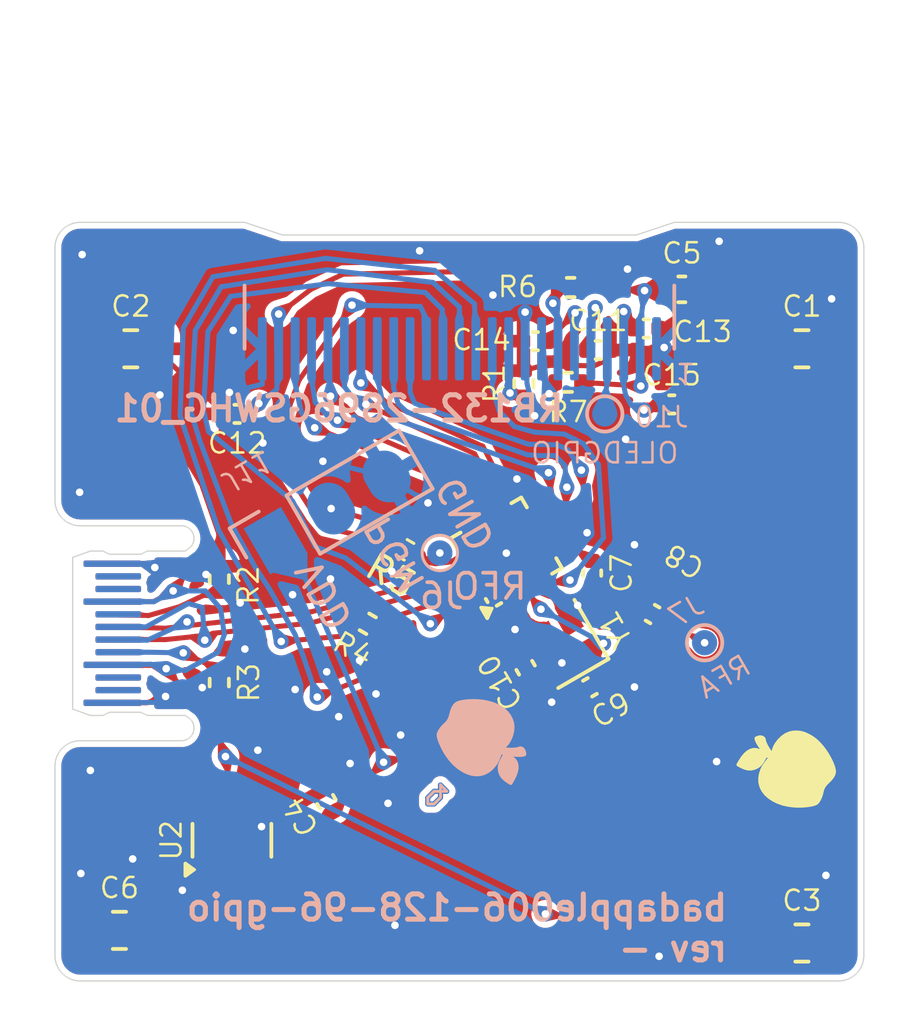
<source format=kicad_pcb>
(kicad_pcb (version 20240108) (generator "pcbnew") (generator_version "8.0")
  (layers (0 "F.Cu" signal) (31 "B.Cu" signal) (34 "B.Paste" user) (35 "F.Paste" user) (36 "B.SilkS" user "B.Silkscreen") (37 "F.SilkS" user "F.Silkscreen") (38 "B.Mask" user) (39 "F.Mask" user) (44 "Edge.Cuts" user))
  (net 0 "")
  (net 1 "GND")
  (net 2 "OLEDVCC")
  (net 3 "VDD")
  (net 4 "OVDD")
  (net 5 "OVDDB")
  (net 6 "D2")
  (net 7 "VBUS")
  (net 8 "Net-(J2-CC1)")
  (net 9 "D+")
  (net 10 "D-")
  (net 12 "Net-(J2-CC2)")
  (net 14 "DPU")
  (net 15 "WR#")
  (net 16 "Net-(J9-Pin_7)")
  (net 17 "Net-(U1-PA2{slash}T1{slash}T2{slash}U2TX_{slash}OPP0{slash}X0A0)")
  (net 18 "Net-(U1-PA1{slash}T1{slash}T2{slash}OPN0{slash}XI{slash}A1)")
  (net 19 "SWIO")
  (net 20 "RFO")
  (net 21 "Net-(J7-Pin_1)")
  (net 22 "VCOMH")
  (net 23 "D1")
  (net 24 "OCS")
  (net 25 "O_D{slash}#C")
  (net 26 "Net-(J9-Pin_10)")
  (net 27 "Net-(J10-Pin_1)")
  (net 28 "D3")
  (net 29 "RD#")
  (net 30 "D7")
  (net 31 "D5")
  (net 32 "D6")
  (net 33 "Net-(J9-Pin_8)")
  (net 34 "D4")
  (net 35 "D0")
  (footprint "Package_TO_SOT_SMD:SOT-23" (layer "F.Cu") (at 95 103.9375 90)
    (property "Reference" "U2")
    (property "Value" "XC6206P332")
  )
  (footprint "Capacitor_SMD:C_0402_1005Metric" (layer "F.Cu") (at 106.618915 97.113401 120)
    (property "Reference" "C10")
    (property "Value" "2.2p")
  )
  (footprint "Capacitor_SMD:C_0805_2012Metric" (layer "F.Cu") (at 117.55 108)
    (property "Reference" "C3")
    (property "Value" "1u")
  )
  (footprint "Capacitor_SMD:C_0805_2012Metric" (layer "F.Cu") (at 91 84.5)
    (property "Reference" "C2")
    (property "Value" "1u")
  )
  (footprint "Capacitor_SMD:C_0402_1005Metric" (layer "F.Cu") (at 111.640692 94.99 150)
    (property "Reference" "C8")
    (property "Value" "100n")
  )
  (footprint "Capacitor_SMD:C_0402_1005Metric" (layer "F.Cu") (at 109.495 84.55)
    (property "Reference" "C11")
    (property "Value" "2.2u16v")
  )
  (footprint "Capacitor_SMD:C_0805_2012Metric" (layer "F.Cu") (at 117.55 84.5)
    (property "Reference" "C1")
    (property "Value" "1u")
  )
  (footprint "Capacitor_SMD:C_0603_1608Metric" (layer "F.Cu") (at 112.8 82.15)
    (property "Reference" "C5")
    (property "Value" "4.7u16v")
  )
  (footprint "Resistor_SMD:R_0402_1005Metric" (layer "F.Cu") (at 106.55 85.875 90)
    (property "Reference" "R1")
    (property "Value" "1M")
  )
  (footprint "Capacitor_SMD:C_0402_1005Metric" (layer "F.Cu") (at 112.4 86.7)
    (property "Reference" "C15")
    (property "Value" "2.2u16v")
  )
  (footprint "Capacitor_SMD:C_0402_1005Metric" (layer "F.Cu") (at 95.205 87.075 180)
    (property "Reference" "C12")
    (property "Value" "100n")
  )
  (footprint "Capacitor_SMD:C_0402_1005Metric" (layer "F.Cu") (at 111.395 83.7)
    (property "Reference" "C13")
    (property "Value" "2.2u16v")
  )
  (footprint "Resistor_SMD:R_0402_1005Metric" (layer "F.Cu") (at 101.875 92.45 150)
    (property "Reference" "R5")
    (property "Value" "0")
  )
  (footprint "Capacitor_SMD:C_0805_2012Metric" (layer "F.Cu") (at 90.55 107.5)
    (property "Reference" "C6")
    (property "Value" "1u")
  )
  (footprint "Resistor_SMD:R_0402_1005Metric" (layer "F.Cu") (at 108.4 82.075 180)
    (property "Reference" "R6")
    (property "Value" "5.1k")
  )
  (footprint "cnhardware:USB_C_PADDLE" (layer "F.Cu") (at 91.15 95.75 90)
    (property "Reference" "J2" (hide yes))
    (property "Value" "USB_C_Receptacle_USB2.0")
    (fp_line (start 3 -2.45) (end -3 -2.45) (stroke (width 0.05)) (layer "Edge.Cuts"))
    (fp_line (start 3 -2.45) (end 3.25 -1.749999) (stroke (width 0.05)) (layer "Edge.Cuts"))
    (fp_line (start -3 -2.45) (end -3.250001 -1.75) (stroke (width 0.05)) (layer "Edge.Cuts"))
    (fp_line (start -3.250001 -1.75) (end -3.250001 -1.25) (stroke (width 0.05)) (layer "Edge.Cuts"))
    (fp_line (start 3.25 -1.749999) (end 3.250001 -1.25) (stroke (width 0.05)) (layer "Edge.Cuts"))
    (fp_line (start 3.250001 -1.25) (end 3.124999 -1) (stroke (width 0.05)) (layer "Edge.Cuts"))
    (fp_line (start -3.250001 -1.25) (end -3.125 -0.999999) (stroke (width 0.05)) (layer "Edge.Cuts"))
    (fp_line (start 3.124999 -1) (end 3.124999 0.25) (stroke (width 0.05)) (layer "Edge.Cuts"))
    (fp_line (start -3.125 -0.999999) (end -3.124999 0.25) (stroke (width 0.05)) (layer "Edge.Cuts"))
    (fp_line (start 3.250001 0.5) (end 3.124999 0.25) (stroke (width 0.05)) (layer "Edge.Cuts"))
    (fp_line (start -3.250001 0.5) (end -3.124999 0.25) (stroke (width 0.05)) (layer "Edge.Cuts"))
    (fp_line (start -3.250001 0.5) (end -3.25 2) (stroke (width 0.05)) (layer "Edge.Cuts"))
    (fp_line (start 3.25 2) (end 3.250001 0.5) (stroke (width 0.05)) (layer "Edge.Cuts"))
  )
  (footprint "Resistor_SMD:R_0402_1005Metric" (layer "F.Cu") (at 108.3 85.825 180)
    (property "Reference" "R7")
    (property "Value" "5.1k")
  )
  (footprint "Capacitor_SMD:C_0402_1005Metric" (layer "F.Cu") (at 107 84.2 180)
    (property "Reference" "C14")
    (property "Value" "2.2u16v")
  )
  (footprint "Resistor_SMD:R_0402_1005Metric" (layer "F.Cu") (at 94.5 93.61 90)
    (property "Reference" "R2")
    (property "Value" "5.1k")
  )
  (footprint "Package_DFN_QFN:QFN-20-1EP_3x3mm_P0.4mm_EP1.65x1.65mm" (layer "F.Cu") (at 105.855737 92.58218 120)
    (property "Reference" "U1" (hide yes))
    (property "Value" "CH32V006F8U6" (hide yes))
  )
  (footprint "Capacitor_SMD:C_0402_1005Metric" (layer "F.Cu") (at 109.25 93.37 -90)
    (property "Reference" "C7")
    (property "Value" "100n")
  )
  (footprint "Capacitor_SMD:C_0402_1005Metric" (layer "F.Cu") (at 109.163223 97.887709 30)
    (property "Reference" "C9")
    (property "Value" "2.2p")
  )
  (footprint "Capacitor_SMD:C_0402_1005Metric" (layer "F.Cu") (at 98.74 102.415692 120)
    (property "Reference" "C4")
    (property "Value" "4.7u16v")
  )
  (footprint "Resistor_SMD:R_0402_1005Metric" (layer "F.Cu") (at 94.5 97.7 -90)
    (property "Reference" "R3")
    (property "Value" "5.1k")
  )
  (footprint "Crystal:Crystal_SMD_2016-4Pin_2.0x1.6mm" (layer "F.Cu") (at 108.228915 96.172709 120)
    (property "Reference" "Y1")
    (property "Value" "24MHz")
  )
  (footprint "Resistor_SMD:R_0402_1005Metric" (layer "F.Cu") (at 100.375 95.375 150)
    (property "Reference" "R4")
    (property "Value" "1.5k")
  )
  (footprint "artwork:apple" (layer "F.Cu") (at 117 101 60)
    (property "Reference" "J8" (hide yes))
    (property "Value" "APPLE" (hide yes))
  )
  (footprint "RB132-2896GSWHG_01:RB132-2896GSWHG_01" (layer "B.Cu") (at 104 84.5 180)
    (property "Reference" "J9" (hide yes))
    (property "Value" "RB132-2896GSWHG_01")
  )
  (footprint "Connector_PinHeader_2.54mm:PinHeader_1x03_P2.54mm_Vertical" (layer "B.Cu") (at 96.725591 92.09 -60)
    (property "Reference" "J11")
    (property "Value" "PGM")
  )
  (footprint "TestPoint:TestPoint_Pad_D1.0mm" (layer "B.Cu") (at 113.7 96.125 -150)
    (property "Reference" "J7")
    (property "Value" "RFA")
  )
  (footprint "TestPoint:TestPoint_Pad_D1.0mm" (layer "B.Cu") (at 103.225 92.575 180)
    (property "Reference" "J6")
    (property "Value" "RFO")
  )
  (footprint "artwork:apple" (layer "B.Cu") (at 105 100 60)
    (property "Reference" "J8" (hide yes))
    (property "Value" "APPLE" (hide yes))
  )
  (footprint "TestPoint:TestPoint_Pad_D1.0mm" (layer "B.Cu") (at 109.75 87.075 180)
    (property "Reference" "J10")
    (property "Value" "OLEDGPIO")
  )
  (gr_line (start 103 102) (end 102.75 102.25) (stroke (width 0.1)) (layer "B.SilkS"))
  (gr_line (start 103.25 102.25) (end 103.25 101.75) (stroke (width 0.1)) (layer "B.SilkS"))
  (gr_line (start 103.25 101.75) (end 103.5 102) (stroke (width 0.1)) (layer "B.SilkS"))
  (gr_line (start 103 102.5) (end 103.25 102.25) (stroke (width 0.1)) (layer "B.SilkS"))
  (gr_line (start 102.75 102.5) (end 103 102.5) (stroke (width 0.1)) (layer "B.SilkS"))
  (gr_line (start 103.5 102) (end 103 102) (stroke (width 0.1)) (layer "B.SilkS"))
  (gr_line (start 102.75 102.25) (end 102.75 102.5) (stroke (width 0.1)) (layer "B.SilkS"))
  (gr_line (start 103.5 102) (end 103 102) (stroke (width 0.1)) (layer "F.SilkS"))
  (gr_line (start 103.25 101.75) (end 103.5 102) (stroke (width 0.1)) (layer "F.SilkS"))
  (gr_line (start 103 102.5) (end 103.25 102.25) (stroke (width 0.1)) (layer "F.SilkS"))
  (gr_line (start 102.75 102.5) (end 103 102.5) (stroke (width 0.1)) (layer "F.SilkS"))
  (gr_line (start 103.25 102.25) (end 103.25 101.75) (stroke (width 0.1)) (layer "F.SilkS"))
  (gr_line (start 103 102) (end 102.75 102.25) (stroke (width 0.1)) (layer "F.SilkS"))
  (gr_line (start 102.75 102.25) (end 102.75 102.5) (stroke (width 0.1)) (layer "F.SilkS"))
  (gr_line (start 93.15 92.5) (end 93.353553 92.353553) (stroke (width 0.05)) (layer "Edge.Cuts"))
  (gr_line (start 89 100) (end 93 100) (stroke (width 0.05)) (layer "Edge.Cuts"))
  (gr_line (start 88 90.5) (end 88 80.5) (stroke (width 0.05)) (layer "Edge.Cuts"))
  (gr_arc (start 93.353553 99.146447) (mid 93.461939 99.691342) (end 93 100) (stroke (width 0.05)) (layer "Edge.Cuts"))
  (gr_line (start 97 80) (end 111 80) (stroke (width 0.05)) (layer "Edge.Cuts"))
  (gr_line (start 88 108.5) (end 88 101) (stroke (width 0.05)) (layer "Edge.Cuts"))
  (gr_arc (start 89 91.5) (mid 88.292893 91.207107) (end 88 90.5) (stroke (width 0.05)) (layer "Edge.Cuts"))
  (gr_line (start 89 109.5) (end 119 109.5) (stroke (width 0.05)) (layer "Edge.Cuts"))
  (gr_arc (start 88 80.5) (mid 88.292893 79.792893) (end 89 79.5) (stroke (width 0.05)) (layer "Edge.Cuts"))
  (gr_line (start 97 80) (end 95.5 79.5) (stroke (width 0.05)) (layer "Edge.Cuts"))
  (gr_line (start 112.5 79.5) (end 111 80) (stroke (width 0.05)) (layer "Edge.Cuts"))
  (gr_arc (start 93 91.5) (mid 93.46194 91.808658) (end 93.353553 92.353553) (stroke (width 0.05)) (layer "Edge.Cuts"))
  (gr_arc (start 89 109.5) (mid 88.292893 109.207107) (end 88 108.5) (stroke (width 0.05)) (layer "Edge.Cuts"))
  (gr_arc (start 88 101) (mid 88.292893 100.292893) (end 89 100) (stroke (width 0.05)) (layer "Edge.Cuts"))
  (gr_arc (start 120 108.5) (mid 119.707107 109.207107) (end 119 109.5) (stroke (width 0.05)) (layer "Edge.Cuts"))
  (gr_line (start 93 91.5) (end 89 91.5) (stroke (width 0.05)) (layer "Edge.Cuts"))
  (gr_line (start 95.5 79.5) (end 89 79.5) (stroke (width 0.05)) (layer "Edge.Cuts"))
  (gr_arc (start 119 79.5) (mid 119.707107 79.792893) (end 120 80.5) (stroke (width 0.05)) (layer "Edge.Cuts"))
  (gr_line (start 93.353553 99.146447) (end 93.15 99) (stroke (width 0.05)) (layer "Edge.Cuts"))
  (gr_line (start 120 108.5) (end 120 80.5) (stroke (width 0.05)) (layer "Edge.Cuts"))
  (gr_line (start 112.5 79.5) (end 119 79.5) (stroke (width 0.05)) (layer "Edge.Cuts"))
  (gr_text "RB132-2896GSWHG_01" (at 108.225 87.45 0) (layer "B.SilkS") (effects (font (size 1 1) (thickness 0.2) (bold yes)) (justify left bottom mirror)))
  (gr_text "VDD\n\nPGM\n\nGND" (at 104.75 90.725 120) (layer "B.SilkS") (effects (font (size 1 1)) (justify bottom mirror)))
  (gr_text "badapple006-128-96-gpio\nrev -" (at 114.7 108.8 0) (layer "B.SilkS") (effects (font (size 1 1) (thickness 0.2) (bold yes)) (justify left bottom mirror)))
  (segment (start 103.249999 102.250001) (end 103.25 101.75) (width 0.2) (layer "F.Cu") (net 0))
  (segment (start 102.999999 102.499999) (end 103.249999 102.250001) (width 0.2) (layer "F.Cu") (net 0))
  (segment (start 102.750002 102.5) (end 102.750001 102.249999) (width 0.2) (layer "F.Cu") (net 0))
  (segment (start 102.750002 102.5) (end 102.999999 102.499999) (width 0.2) (layer "F.Cu") (net 0))
  (segment (start 103.25 101.75) (end 103.5 102) (width 0.2) (layer "F.Cu") (net 0))
  (segment (start 103.5 102) (end 103.000001 102.000001) (width 0.2) (layer "F.Cu") (net 0))
  (segment (start 103.000001 102.000001) (end 102.750001 102.249999) (width 0.2) (layer "F.Cu") (net 0))
  (segment (start 103 102) (end 103.5 102) (width 0.2) (layer "B.Cu") (net 0))
  (segment (start 102.75 102.5) (end 103 102.5) (width 0.2) (layer "B.Cu") (net 0))
  (segment (start 102.75 102.5) (end 102.75 102.25) (width 0.2) (layer "B.Cu") (net 0))
  (segment (start 103.5 102) (end 103.25 101.75) (width 0.2) (layer "B.Cu") (net 0))
  (segment (start 102.75 102.25) (end 103 102) (width 0.2) (layer "B.Cu") (net 0))
  (segment (start 103.25 102.25) (end 103 102.5) (width 0.2) (layer "B.Cu") (net 0))
  (segment (start 103.25 101.75) (end 103.25 102.25) (width 0.2) (layer "B.Cu") (net 0))
  (segment (start 108.102601 97.053927) (end 108.053915 96.922709) (width 0.2) (layer "F.Cu") (net 1))
  (segment (start 94.05 104.875) (end 93.039855 105.914855) (width 0.2) (layer "F.Cu") (net 1))
  (segment (start 93.825 97.9) (end 94.5 98.21) (width 0.2) (layer "F.Cu") (net 1))
  (segment (start 118.5 108) (end 118.5 105.325) (width 0.2) (layer "F.Cu") (net 1))
  (segment (start 106.927147 93.637917) (end 106.475 92.85) (width 0.2) (layer "F.Cu") (net 1))
  (segment (start 108.102601 97.053927) (end 108.747531 98.127709) (width 0.2) (layer "F.Cu") (net 1))
  (segment (start 111.875 83.7) (end 112.1 84.45) (width 0.2) (layer "F.Cu") (net 1))
  (segment (start 90.275 98.5) (end 91.625 98.5) (width 0.2) (layer "F.Cu") (net 1))
  (segment (start 107.525 94.275) (end 108.678915 94.647709) (width 0.2) (layer "F.Cu") (net 1))
  (segment (start 91.95 84.5) (end 94.725 87.075) (width 0.2) (layer "F.Cu") (net 1))
  (segment (start 109.325 85.175) (end 108.05 85.15) (width 0.2) (layer "F.Cu") (net 1))
  (segment (start 118.5 105.325) (end 118.5 84.5) (width 0.2) (layer "F.Cu") (net 1))
  (segment (start 96.171875 103.396875) (end 98.5 102) (width 0.2) (layer "F.Cu") (net 1))
  (segment (start 106.927147 93.637917) (end 107.225 94.15) (width 0.2) (layer "F.Cu") (net 1))
  (segment (start 109.975 84.55) (end 112.1 84.45) (width 0.2) (layer "F.Cu") (net 1))
  (segment (start 94.775 90.75) (end 94.5 93.1) (width 0.2) (layer "F.Cu") (net 1))
  (segment (start 107.325 85.15) (end 106.55 85.365) (width 0.2) (layer "F.Cu") (net 1))
  (segment (start 109.725 85) (end 109.325 85.175) (width 0.2) (layer "F.Cu") (net 1))
  (segment (start 94.05 104.875) (end 95.25 104.175) (width 0.2) (layer "F.Cu") (net 1))
  (segment (start 112.88 86.7) (end 112.1 84.45) (width 0.2) (layer "F.Cu") (net 1))
  (segment (start 106.275 89.65) (end 106.975 87.15) (width 0.2) (layer "F.Cu") (net 1))
  (segment (start 107.225 94.15) (end 107.525 94.275) (width 0.2) (layer "F.Cu") (net 1))
  (segment (start 108.05 85.15) (end 107.325 85.15) (width 0.2) (layer "F.Cu") (net 1))
  (segment (start 91.6 93) (end 91.95 93.15) (width 0.2) (layer "F.Cu") (net 1))
  (segment (start 113.575 82.15) (end 113.1 82.9) (width 0.2) (layer "F.Cu") (net 1))
  (segment (start 109.25 93.85) (end 108.355229 95.291491) (width 0.2) (layer "F.Cu") (net 1))
  (segment (start 94.725 87.075) (end 94.9 86.225) (width 0.2) (layer "F.Cu") (net 1))
  (segment (start 94.5 98.21) (end 98.5 102) (width 0.2) (layer "F.Cu") (net 1))
  (segment (start 91.625 98.5) (end 92.375 98.25) (width 0.2) (layer "F.Cu") (net 1))
  (segment (start 108.678915 94.647709) (end 108.355229 95.291491) (width 0.2) (layer "F.Cu") (net 1))
  (segment (start 93.039855 105.914855) (end 91.5 107.5) (width 0.2) (layer "F.Cu") (net 1))
  (segment (start 111.225 94.75) (end 109.25 93.85) (width 0.2) (layer "F.Cu") (net 1))
  (segment (start 106.55 85.365) (end 106.6 83.05) (width 0.2) (layer "F.Cu") (net 1))
  (segment (start 93.975 93.425) (end 94.5 93.1) (width 0.2) (layer "F.Cu") (net 1))
  (segment (start 113.1 82.9) (end 111.875 83.7) (width 0.2) (layer "F.Cu") (net 1))
  (segment (start 117.175 82.275) (end 118.1 82.875) (width 0.2) (layer "F.Cu") (net 1))
  (segment (start 90.275 93) (end 91.6 93) (width 0.2) (layer "F.Cu") (net 1))
  (segment (start 113.575 82.15) (end 117.175 82.275) (width 0.2) (layer "F.Cu") (net 1))
  (segment (start 94.725 87.075) (end 94.775 90.75) (width 0.2) (layer "F.Cu") (net 1))
  (segment (start 95.75 103.65) (end 96.171875 103.396875) (width 0.2) (layer "F.Cu") (net 1))
  (segment (start 95.25 104.175) (end 95.75 103.65) (width 0.2) (layer "F.Cu") (net 1))
  (segment (start 106.858915 97.529093) (end 108.102601 97.053927) (width 0.2) (layer "F.Cu") (net 1))
  (segment (start 118.1 82.875) (end 118.5 84.5) (width 0.2) (layer "F.Cu") (net 1))
  (segment (start 109.975 84.55) (end 109.725 85) (width 0.2) (layer "F.Cu") (net 1))
  (via (at 111.9 108.525) (size 0.6) (drill 0.3) (layers "F.Cu" "B.Cu") (net 1))
  (via (at 89.075 80.775) (size 0.6) (drill 0.3) (layers "F.Cu" "B.Cu") (net 1))
  (via (at 91.075 104.675) (size 0.6) (drill 0.3) (layers "F.Cu" "B.Cu") (net 1))
  (via (at 114.175 100.825) (size 0.6) (drill 0.3) (layers "F.Cu" "B.Cu") (net 1))
  (via (at 118.5 105.325) (size 0.6) (drill 0.3) (layers "F.Cu" "B.Cu") (net 1))
  (via (at 108.053915 96.922709) (size 0.6) (drill 0.3) (layers "F.Cu" "B.Cu") (net 1))
  (via (at 106.2 95.6) (size 0.6) (drill 0.3) (layers "F.Cu" "B.Cu") (net 1))
  (via (at 109.05 91.775) (size 0.6) (drill 0.3) (layers "F.Cu" "B.Cu") (net 1))
  (via (at 95.05 83.775) (size 0.6) (drill 0.3) (layers "F.Cu" "B.Cu") (net 1))
  (via (at 95.512821 96.375) (size 0.6) (drill 0.3) (layers "F.Cu" "B.Cu") (net 1))
  (via (at 96.225 88.225) (size 0.6) (drill 0.3) (layers "F.Cu" "B.Cu") (net 1))
  (via (at 91.95 93.15) (size 0.6) (drill 0.3) (layers "F.Cu" "B.Cu") (net 1))
  (via (at 112.1 84.45) (size 0.6) (drill 0.3) (layers "F.Cu" "B.Cu") (net 1))
  (via (at 108.678915 94.647709) (size 0.6) (drill 0.3) (layers "F.Cu" "B.Cu") (net 1))
  (via (at 102.425 80.625) (size 0.6) (drill 0.3) (layers "F.Cu" "B.Cu") (net 1))
  (via (at 110.925 92.25) (size 0.6) (drill 0.3) (layers "F.Cu" "B.Cu") (net 1))
  (via (at 93.975 93.425) (size 0.6) (drill 0.3) (layers "F.Cu" "B.Cu") (net 1))
  (via (at 95.325 94.55) (size 0.6) (drill 0.3) (layers "F.Cu" "B.Cu") (net 1))
  (via (at 106.275 89.65) (size 0.6) (drill 0.3) (layers "F.Cu" "B.Cu") (net 1))
  (via (at 107.65 98.475) (size 0.6) (drill 0.3) (layers "F.Cu" "B.Cu") (net 1))
  (via (at 100.7 98.15) (size 0.6) (drill 0.3) (layers "F.Cu" "B.Cu") (net 1))
  (via (at 96.171875 103.396875) (size 0.6) (drill 0.3) (layers "F.Cu" "B.Cu") (net 1))
  (via (at 110.575 88.075) (size 0.6) (drill 0.3) (layers "F.Cu" "B.Cu") (net 1))
  (via (at 105.325 82.375) (size 0.6) (drill 0.3) (layers "F.Cu" "B.Cu") (net 1))
  (via (at 96.025 100.375) (size 0.6) (drill 0.3) (layers "F.Cu" "B.Cu") (net 1))
  (via (at 100.05 96.825) (size 0.6) (drill 0.3) (layers "F.Cu" "B.Cu") (net 1))
  (via (at 92.375 98.25) (size 0.6) (drill 0.3) (layers "F.Cu" "B.Cu") (net 1))
  (via (at 105.855737 92.58218) (size 0.6) (drill 0.3) (layers "F.Cu" "B.Cu") (net 1))
  (via (at 97.5 97.975) (size 0.6) (drill 0.3) (layers "F.Cu" "B.Cu") (net 1))
  (via (at 106.975 87.15) (size 0.6) (drill 0.3) (layers "F.Cu" "B.Cu") (net 1))
  (via (at 98.75 97.275) (size 0.6) (drill 0.3) (layers "F.Cu" "B.Cu") (net 1))
  (via (at 93.825 97.9) (size 0.6) (drill 0.3) (layers "F.Cu" "B.Cu") (net 1))
  (via (at 101.675 99.775) (size 0.6) (drill 0.3) (layers "F.Cu" "B.Cu") (net 1))
  (via (at 99.225 99.05) (size 0.6) (drill 0.3) (layers "F.Cu" "B.Cu") (net 1))
  (via (at 101.45 107.3) (size 0.6) (drill 0.3) (layers "F.Cu" "B.Cu") (net 1))
  (via (at 99.675 100.9) (size 0.6) (drill 0.3) (layers "F.Cu" "B.Cu") (net 1))
  (via (at 97.4 94.225) (size 0.6) (drill 0.3) (layers "F.Cu" "B.Cu") (net 1))
  (via (at 101.175 102.475) (size 0.6) (drill 0.3) (layers "F.Cu" "B.Cu") (net 1))
  (via (at 89.4 101.175) (size 0.6) (drill 0.3) (layers "F.Cu" "B.Cu") (net 1))
  (via (at 92.15 86.325) (size 0.6) (drill 0.3) (layers "F.Cu" "B.Cu") (net 1))
  (via (at 110.65 81.35) (size 0.6) (drill 0.3) (layers "F.Cu" "B.Cu") (net 1))
  (via (at 110.925 97.875) (size 0.6) (drill 0.3) (layers "F.Cu" "B.Cu") (net 1))
  (via (at 88.975 90.175) (size 0.6) (drill 0.3) (layers "F.Cu" "B.Cu") (net 1))
  (via (at 106.6 83.05) (size 0.6) (drill 0.3) (layers "F.Cu" "B.Cu") (net 1))
  (via (at 93.039855 105.914855) (size 0.6) (drill 0.3) (layers "F.Cu" "B.Cu") (net 1))
  (via (at 114.275 80.25) (size 0.6) (drill 0.3) (layers "F.Cu" "B.Cu") (net 1))
  (via (at 94.9 86.225) (size 0.6) (drill 0.3) (layers "F.Cu" "B.Cu") (net 1))
  (via (at 98.6 88.94881) (size 0.6) (drill 0.3) (layers "F.Cu" "B.Cu") (net 1))
  (via (at 89.025 105.25) (size 0.6) (drill 0.3) (layers "F.Cu" "B.Cu") (net 1))
  (via (at 102.75515 90.59485) (size 0.6) (drill 0.3) (layers "F.Cu" "B.Cu") (net 1))
  (via (at 98.9 93.6) (size 0.6) (drill 0.3) (layers "F.Cu" "B.Cu") (net 1))
  (via (at 101.325 93.3) (size 0.6) (drill 0.3) (layers "F.Cu" "B.Cu") (net 1))
  (via (at 118.725 82.525) (size 0.6) (drill 0.3) (layers "F.Cu" "B.Cu") (net 1))
  (segment (start 91.95 93.15) (end 93.975 93.425) (width 0.2) (layer "B.Cu") (net 1))
  (segment (start 92.95 98.475) (end 90.28 98.5) (width 0.2) (layer "B.Cu") (net 1))
  (segment (start 92.375 98.25) (end 92.95 98.475) (width 0.2) (layer "B.Cu") (net 1))
  (segment (start 93.825 97.9) (end 92.95 98.475) (width 0.2) (layer "B.Cu") (net 1))
  (segment (start 106.275 89.675) (end 106.275 89.65) (width 0.2) (layer "B.Cu") (net 1))
  (segment (start 106.6 84.5) (end 106.675 85.875) (width 0.2) (layer "B.Cu") (net 1))
  (segment (start 93.975 93.425) (end 95.325 94.55) (width 0.2) (layer "B.Cu") (net 1))
  (segment (start 109 96.85) (end 108.053915 96.922709) (width 0.2) (layer "B.Cu") (net 1))
  (segment (start 110.375 96.775) (end 109 96.85) (width 0.2) (layer "B.Cu") (net 1))
  (segment (start 91.95 93.15) (end 91.6 93) (width 0.2) (layer "B.Cu") (net 1))
  (segment (start 95.512821 96.375) (end 95.325 94.55) (width 0.2) (layer "B.Cu") (net 1))
  (segment (start 96.2 85.9) (end 96.2 84.5) (width 0.2) (layer "B.Cu") (net 1))
  (segment (start 110.325 95.7) (end 110.375 96.775) (width 0.2) (layer "B.Cu") (net 1))
  (segment (start 105.855737 92.58218) (end 102.75515 90.59485) (width 0.2) (layer "B.Cu") (net 1))
  (segment (start 95.25 97.4) (end 93.825 97.9) (width 0.2) (layer "B.Cu") (net 1))
  (segment (start 96.175 87.825) (end 95.225 86.975) (width 0.2) (layer "B.Cu") (net 1))
  (segment (start 95.512821 96.375) (end 95.25 97.4) (width 0.2) (layer "B.Cu") (net 1))
  (segment (start 106.6 83.05) (end 106.6 84.5) (width 0.2) (layer "B.Cu") (net 1))
  (segment (start 102.75515 90.59485) (end 101.125 89.55) (width 0.2) (layer "B.Cu") (net 1))
  (segment (start 97.975 88.8) (end 98.6 88.94881) (width 0.2) (layer "B.Cu") (net 1))
  (segment (start 98.6 88.94881) (end 101.125 89.55) (width 0.2) (layer "B.Cu") (net 1))
  (segment (start 108.678915 94.647709) (end 110.325 95.7) (width 0.2) (layer "B.Cu") (net 1))
  (segment (start 95.225 86.975) (end 94.9 86.225) (width 0.2) (layer "B.Cu") (net 1))
  (segment (start 106.275 89.675) (end 105.855737 92.58218) (width 0.2) (layer "B.Cu") (net 1))
  (segment (start 96.225 88.225) (end 96.175 87.825) (width 0.2) (layer "B.Cu") (net 1))
  (segment (start 108.678915 94.647709) (end 105.855737 92.58218) (width 0.2) (layer "B.Cu") (net 1))
  (segment (start 96.225 88.225) (end 97.975 88.8) (width 0.2) (layer "B.Cu") (net 1))
  (segment (start 91.6 93) (end 90.28 93) (width 0.2) (layer "B.Cu") (net 1))
  (segment (start 106.675 85.875) (end 106.975 87.15) (width 0.2) (layer "B.Cu") (net 1))
  (segment (start 94.9 86.225) (end 96.2 85.9) (width 0.2) (layer "B.Cu") (net 1))
  (segment (start 108.7 81.375) (end 108.91 82.075) (width 0.2) (layer "F.Cu") (net 2))
  (segment (start 111.325 82.2) (end 112.025 82.15) (width 0.2) (layer "F.Cu") (net 2))
  (segment (start 99.4 81.55) (end 107.525 81.375) (width 0.2) (layer "F.Cu") (net 2))
  (segment (start 98.125 82.15) (end 99.4 81.55) (width 0.2) (layer "F.Cu") (net 2))
  (segment (start 107.525 81.375) (end 108.7 81.375) (width 0.2) (layer "F.Cu") (net 2))
  (segment (start 95.685 87.075) (end 96.065674 86.665674) (width 0.2) (layer "F.Cu") (net 2))
  (segment (start 108.81 85.825) (end 111.175 85.975) (width 0.2) (layer "F.Cu") (net 2))
  (segment (start 108.91 82.075) (end 111.325 82.2) (width 0.2) (layer "F.Cu") (net 2))
  (segment (start 96.85 83.125) (end 98.125 82.15) (width 0.2) (layer "F.Cu") (net 2))
  (via (at 96.065674 86.665674) (size 0.6) (drill 0.3) (layers "F.Cu" "B.Cu") (net 2))
  (via (at 111.325 82.2) (size 0.6) (drill 0.3) (layers "F.Cu" "B.Cu") (net 2))
  (via (at 96.85 83.125) (size 0.6) (drill 0.3) (layers "F.Cu" "B.Cu") (net 2))
  (via (at 111.175 85.975) (size 0.6) (drill 0.3) (layers "F.Cu" "B.Cu") (net 2))
  (segment (start 111.15 84.5) (end 111.175 83.375) (width 0.2) (layer "B.Cu") (net 2))
  (segment (start 111.175 83.375) (end 111.325 82.2) (width 0.2) (layer "B.Cu") (net 2))
  (segment (start 96.75 83) (end 96.85 84.5) (width 0.2) (layer "B.Cu") (net 2))
  (segment (start 96.85 83.125) (end 96.75 83) (width 0.2) (layer "B.Cu") (net 2))
  (segment (start 96.065674 86.665674) (end 96.775 86.1) (width 0.2) (layer "B.Cu") (net 2))
  (segment (start 111.15 84.5) (end 111.175 85.975) (width 0.2) (layer "B.Cu") (net 2))
  (segment (start 96.775 86.1) (end 96.85 84.5) (width 0.2) (layer "B.Cu") (net 2))
  (segment (start 108.45 92.325) (end 109.25 92.89) (width 0.2) (layer "F.Cu") (net 3))
  (segment (start 108.175 92.275) (end 108.45 92.325) (width 0.2) (layer "F.Cu") (net 3))
  (segment (start 114.05 97.975) (end 101 100.85) (width 0.2) (layer "F.Cu") (net 3))
  (segment (start 101 100.85) (end 98.98 102.831384) (width 0.2) (layer "F.Cu") (net 3))
  (segment (start 107.925 92.325) (end 108.175 92.275) (width 0.2) (layer "F.Cu") (net 3))
  (segment (start 107.511474 92.55) (end 107.925 92.325) (width 0.2) (layer "F.Cu") (net 3))
  (segment (start 109.25 92.89) (end 114.6 94.675) (width 0.2) (layer "F.Cu") (net 3))
  (segment (start 114.95 97.35) (end 114.05 97.975) (width 0.2) (layer "F.Cu") (net 3))
  (segment (start 115.225 95.2) (end 115.45 95.925) (width 0.2) (layer "F.Cu") (net 3))
  (segment (start 114.6 94.675) (end 115.225 95.2) (width 0.2) (layer "F.Cu") (net 3))
  (segment (start 115.325 96.825) (end 114.95 97.35) (width 0.2) (layer "F.Cu") (net 3))
  (segment (start 115.45 95.925) (end 115.325 96.825) (width 0.2) (layer "F.Cu") (net 3))
  (segment (start 95.95 104.875) (end 98.98 102.831384) (width 0.2) (layer "F.Cu") (net 3))
  (via (at 101 100.85) (size 0.6) (drill 0.3) (layers "F.Cu" "B.Cu") (net 3))
  (segment (start 96.725591 92.09) (end 97.775 93.3) (width 0.2) (layer "B.Cu") (net 3))
  (segment (start 97.775 93.3) (end 101 100.85) (width 0.2) (layer "B.Cu") (net 3))
  (segment (start 109.375 82.875) (end 109.015 84.55) (width 0.2) (layer "F.Cu") (net 4))
  (via (at 109.375 82.875) (size 0.6) (drill 0.3) (layers "F.Cu" "B.Cu") (net 4))
  (segment (start 109.2 84.5) (end 109.2 83.375) (width 0.2) (layer "B.Cu") (net 4))
  (segment (start 109.2 83.375) (end 109.375 82.875) (width 0.2) (layer "B.Cu") (net 4))
  (segment (start 107.48 84.2) (end 108.575 83.075) (width 0.2) (layer "F.Cu") (net 5))
  (via (at 108.575 83.075) (size 0.6) (drill 0.3) (layers "F.Cu" "B.Cu") (net 5))
  (segment (start 108.575 83.075) (end 108.55 84.5) (width 0.2) (layer "B.Cu") (net 5))
  (segment (start 107.525 89.4) (end 107.675 90.375) (width 0.2) (layer "F.Cu") (net 6))
  (segment (start 107.625 90.975) (end 107.4 91.225) (width 0.2) (layer "F.Cu") (net 6))
  (segment (start 107.4 91.225) (end 106.911474 91.51077) (width 0.2) (layer "F.Cu") (net 6))
  (segment (start 107.675 90.375) (end 107.625 90.975) (width 0.2) (layer "F.Cu") (net 6))
  (via (at 107.525 89.4) (size 0.6) (drill 0.3) (layers "F.Cu" "B.Cu") (net 6))
  (segment (start 101.125 86.875) (end 101.625 87.35) (width 0.2) (layer "B.Cu") (net 6))
  (segment (start 100.75 84.5) (end 100.8 85.875) (width 0.2) (layer "B.Cu") (net 6))
  (segment (start 101.625 87.35) (end 107.525 89.4) (width 0.2) (layer "B.Cu") (net 6))
  (segment (start 100.8 85.875) (end 100.95 86.55) (width 0.2) (layer "B.Cu") (net 6))
  (segment (start 100.95 86.55) (end 101.125 86.875) (width 0.2) (layer "B.Cu") (net 6))
  (segment (start 93.4 90.075) (end 90.05 84.5) (width 0.2) (layer "F.Cu") (net 7))
  (segment (start 94.025 91.875) (end 93.4 90.075) (width 0.2) (layer "F.Cu") (net 7))
  (segment (start 94.8 100.775) (end 95 103) (width 0.2) (layer "F.Cu") (net 7))
  (segment (start 93.5 98.475) (end 94.175 99.075) (width 0.2) (layer "F.Cu") (net 7))
  (segment (start 93.75 92.7) (end 94.025 91.875) (width 0.2) (layer "F.Cu") (net 7))
  (segment (start 91.9 94.5) (end 90.275 94.5) (width 0.2) (layer "F.Cu") (net 7))
  (segment (start 116.6 108) (end 107.4 106.85) (width 0.2) (layer "F.Cu") (net 7))
  (segment (start 89.6 107.5) (end 94.1 103.05) (width 0.2) (layer "F.Cu") (net 7))
  (segment (start 92.4 97.15) (end 93.5 98.475) (width 0.2) (layer "F.Cu") (net 7))
  (segment (start 94.175 99.075) (end 94.744853 100.625) (width 0.2) (layer "F.Cu") (net 7))
  (segment (start 94.1 103.05) (end 95 103) (width 0.2) (layer "F.Cu") (net 7))
  (segment (start 116.6 108) (end 116.6 84.5) (width 0.2) (layer "F.Cu") (net 7))
  (segment (start 90.275 97) (end 92.1 97.025) (width 0.2) (layer "F.Cu") (net 7))
  (segment (start 92.675 94.075) (end 91.9 94.5) (width 0.2) (layer "F.Cu") (net 7))
  (segment (start 94.744853 100.625) (end 94.8 100.775) (width 0.2) (layer "F.Cu") (net 7))
  (segment (start 92.675 94.075) (end 93.75 92.7) (width 0.2) (layer "F.Cu") (net 7))
  (segment (start 92.1 97.025) (end 92.4 97.15) (width 0.2) (layer "F.Cu") (net 7))
  (via (at 92.675 94.075) (size 0.6) (drill 0.3) (layers "F.Cu" "B.Cu") (net 7))
  (via (at 92.4 97.15) (size 0.6) (drill 0.3) (layers "F.Cu" "B.Cu") (net 7))
  (via (at 107.4 106.85) (size 0.6) (drill 0.3) (layers "F.Cu" "B.Cu") (net 7))
  (via (at 94.744853 100.625) (size 0.6) (drill 0.3) (layers "F.Cu" "B.Cu") (net 7))
  (segment (start 93.95 94.075) (end 94.55 94.775) (width 0.2) (layer "B.Cu") (net 7))
  (segment (start 94.7 95.8) (end 94.45 96.5) (width 0.2) (layer "B.Cu") (net 7))
  (segment (start 92.675 94.075) (end 93.95 94.075) (width 0.2) (layer "B.Cu") (net 7))
  (segment (start 91.8 96.975) (end 92.4 97.15) (width 0.2) (layer "B.Cu") (net 7))
  (segment (start 92.675 94.075) (end 91.925 94.5) (width 0.2) (layer "B.Cu") (net 7))
  (segment (start 91.925 94.5) (end 90.28 94.5) (width 0.2) (layer "B.Cu") (net 7))
  (segment (start 93.15 97.225) (end 92.4 97.15) (width 0.2) (layer "B.Cu") (net 7))
  (segment (start 90.28 97) (end 91.8 96.975) (width 0.2) (layer "B.Cu") (net 7))
  (segment (start 94.45 96.5) (end 93.15 97.225) (width 0.2) (layer "B.Cu") (net 7))
  (segment (start 107.4 106.85) (end 94.744853 100.625) (width 0.2) (layer "B.Cu") (net 7))
  (segment (start 94.55 94.775) (end 94.7 95.8) (width 0.2) (layer "B.Cu") (net 7))
  (segment (start 93.825 94.275) (end 94.5 94.12) (width 0.2) (layer "F.Cu") (net 8))
  (segment (start 92.925 94.7) (end 93.825 94.275) (width 0.2) (layer "F.Cu") (net 8))
  (segment (start 91.7 95.05) (end 92.925 94.7) (width 0.2) (layer "F.Cu") (net 8))
  (segment (start 90.5 95) (end 91.7 95.05) (width 0.2) (layer "F.Cu") (net 8))
  (segment (start 103.5 93.475) (end 104.4 92.96077) (width 0.2) (layer "F.Cu") (net 9))
  (segment (start 98.15 94.9) (end 103.5 93.475) (width 0.2) (layer "F.Cu") (net 9))
  (segment (start 92.375 95.55) (end 98.15 94.9) (width 0.2) (layer "F.Cu") (net 9))
  (segment (start 90.499999 95.5) (end 92.375 95.55) (width 0.2) (layer "F.Cu") (net 9))
  (via (at 93.225 95.3) (size 0.6) (drill 0.3) (layers "F.Cu" "B.Cu") (net 9))
  (segment (start 90.505001 96) (end 91.65 96.025) (width 0.2) (layer "B.Cu") (net 9))
  (segment (start 91.65 96.025) (end 93.225 95.3) (width 0.2) (layer "B.Cu") (net 9))
  (segment (start 93.575 95.875) (end 93.925 96.025) (width 0.2) (layer "F.Cu") (net 10))
  (segment (start 104.6 93.30718) (end 103.590971 93.877952) (width 0.2) (layer "F.Cu") (net 10))
  (segment (start 99.815 95.3) (end 99.8 94.894255) (width 0.2) (layer "F.Cu") (net 10))
  (segment (start 99.8 94.894255) (end 98.1 95.35) (width 0.2) (layer "F.Cu") (net 10))
  (segment (start 98.1 95.35) (end 94.25 95.75) (width 0.2) (layer "F.Cu") (net 10))
  (segment (start 94.25 95.75) (end 93.925 96.025) (width 0.2) (layer "F.Cu") (net 10))
  (segment (start 103.590971 93.877952) (end 99.8 94.894255) (width 0.2) (layer "F.Cu") (net 10))
  (segment (start 90.5 95.999999) (end 92.375 96) (width 0.2) (layer "F.Cu") (net 10))
  (segment (start 92.375 96) (end 93.575 95.875) (width 0.2) (layer "F.Cu") (net 10))
  (via (at 93.925 96.025) (size 0.6) (drill 0.3) (layers "F.Cu" "B.Cu") (net 10))
  (segment (start 91.6 95.5) (end 92.55 94.975) (width 0.2) (layer "B.Cu") (net 10))
  (segment (start 93.275 94.575) (end 93.825 94.725) (width 0.2) (layer "B.Cu") (net 10))
  (segment (start 90.505001 95.5) (end 91.6 95.5) (width 0.2) (layer "B.Cu") (net 10))
  (segment (start 93.825 94.725) (end 93.925 96.025) (width 0.2) (layer "B.Cu") (net 10))
  (segment (start 92.55 94.975) (end 93.275 94.575) (width 0.2) (layer "B.Cu") (net 10))
  (segment (start 93.075 96.525) (end 94.5 97.19) (width 0.2) (layer "F.Cu") (net 12))
  (via (at 93.075 96.525) (size 0.6) (drill 0.3) (layers "F.Cu" "B.Cu") (net 12))
  (segment (start 90.505 96.5) (end 91.675 96.5) (width 0.2) (layer "B.Cu") (net 12))
  (segment (start 91.675 96.5) (end 93.075 96.525) (width 0.2) (layer "B.Cu") (net 12))
  (segment (start 100.835 95.3) (end 100.125 95.8) (width 0.2) (layer "F.Cu") (net 14))
  (segment (start 104.8 93.65359) (end 103.95 94.15) (width 0.2) (layer "F.Cu") (net 14))
  (segment (start 100.125 95.8) (end 96.95 96.075) (width 0.2) (layer "F.Cu") (net 14))
  (segment (start 103.95 94.15) (end 103 94.575) (width 0.2) (layer "F.Cu") (net 14))
  (segment (start 103 94.575) (end 100.835 95.3) (width 0.2) (layer "F.Cu") (net 14))
  (via (at 96.95 96.075) (size 0.6) (drill 0.3) (layers "F.Cu" "B.Cu") (net 14))
  (segment (start 98.7 80.925) (end 94.25 81.65) (width 0.2) (layer "B.Cu") (net 14))
  (segment (start 93.075 83.675) (end 92.95 87.15) (width 0.2) (layer "B.Cu") (net 14))
  (segment (start 103.025 81.4) (end 98.7 80.925) (width 0.2) (layer "B.Cu") (net 14))
  (segment (start 104.6 82.725) (end 103.025 81.4) (width 0.2) (layer "B.Cu") (net 14))
  (segment (start 94.475 91.675) (end 96.95 96.075) (width 0.2) (layer "B.Cu") (net 14))
  (segment (start 94.25 81.65) (end 93.075 83.675) (width 0.2) (layer "B.Cu") (net 14))
  (segment (start 104.65 84.5) (end 104.6 82.725) (width 0.2) (layer "B.Cu") (net 14))
  (segment (start 92.95 87.15) (end 94.475 91.675) (width 0.2) (layer "B.Cu") (net 14))
  (segment (start 102.85 95.375) (end 104.275 94.425) (width 0.2) (layer "F.Cu") (net 15))
  (segment (start 105 94) (end 104.275 94.425) (width 0.2) (layer "F.Cu") (net 15))
  (via (at 102.85 95.375) (size 0.6) (drill 0.3) (layers "F.Cu" "B.Cu") (net 15))
  (segment (start 98.825 81.925) (end 94.95 82.425) (width 0.2) (layer "B.Cu") (net 15))
  (segment (start 97.4 90.525) (end 98.3 92.325) (width 0.2) (layer "B.Cu") (net 15))
  (segment (start 94.075 87.775) (end 97.4 90.525) (width 0.2) (layer "B.Cu") (net 15))
  (segment (start 103.35 84.5) (end 103.325 82.95) (width 0.2) (layer "B.Cu") (net 15))
  (segment (start 94.95 82.425) (end 94.05 83.825) (width 0.2) (layer "B.Cu") (net 15))
  (segment (start 103.325 82.95) (end 102.65 82.275) (width 0.2) (layer "B.Cu") (net 15))
  (segment (start 102.65 82.275) (end 98.825 81.925) (width 0.2) (layer "B.Cu") (net 15))
  (segment (start 94.05 83.825) (end 93.875 86.925) (width 0.2) (layer "B.Cu") (net 15))
  (segment (start 93.875 86.925) (end 94.075 87.775) (width 0.2) (layer "B.Cu") (net 15))
  (segment (start 99.5 92.775) (end 102.85 95.375) (width 0.2) (layer "B.Cu") (net 15))
  (segment (start 98.3 92.325) (end 99.5 92.775) (width 0.2) (layer "B.Cu") (net 15))
  (segment (start 107.7 82.7) (end 107.89 82.075) (width 0.2) (layer "F.Cu") (net 16))
  (via (at 107.7 82.7) (size 0.6) (drill 0.3) (layers "F.Cu" "B.Cu") (net 16))
  (segment (start 107.9 84.5) (end 107.85 83.075) (width 0.2) (layer "B.Cu") (net 16))
  (segment (start 107.85 83.075) (end 107.7 82.7) (width 0.2) (layer "B.Cu") (net 16))
  (segment (start 106.907282 94.389388) (end 107.15 94.675) (width 0.2) (layer "F.Cu") (net 17))
  (segment (start 106.580737 93.837917) (end 106.907282 94.389388) (width 0.2) (layer "F.Cu") (net 17))
  (segment (start 109.7 96.15) (end 109.055229 96.503927) (width 0.2) (layer "F.Cu") (net 17))
  (segment (start 109.578915 97.647709) (end 109.055229 96.503927) (width 0.2) (layer "F.Cu") (net 17))
  (segment (start 107.15 94.675) (end 107.225 94.8) (width 0.2) (layer "F.Cu") (net 17))
  (via (at 109.7 96.15) (size 0.6) (drill 0.3) (layers "F.Cu" "B.Cu") (net 17))
  (via (at 107.225 94.8) (size 0.6) (drill 0.3) (layers "F.Cu" "B.Cu") (net 17))
  (segment (start 107.225 94.8) (end 109.7 96.15) (width 0.2) (layer "B.Cu") (net 17))
  (segment (start 106.75 95.2) (end 106.575 94.9) (width 0.2) (layer "F.Cu") (net 18))
  (segment (start 106.475 94.45) (end 106.234327 94.037917) (width 0.2) (layer "F.Cu") (net 18))
  (segment (start 107.402601 95.841491) (end 106.75 95.2) (width 0.2) (layer "F.Cu") (net 18))
  (segment (start 106.575 94.9) (end 106.475 94.45) (width 0.2) (layer "F.Cu") (net 18))
  (segment (start 106.378915 96.697709) (end 107.402601 95.841491) (width 0.2) (layer "F.Cu") (net 18))
  (segment (start 104.05 91.225) (end 104.207982 91.325) (width 0.2) (layer "F.Cu") (net 19))
  (segment (start 103.65 91.15) (end 104.05 91.225) (width 0.2) (layer "F.Cu") (net 19))
  (segment (start 102.025 91.425) (end 102.95 91.225) (width 0.2) (layer "F.Cu") (net 19))
  (segment (start 104.207982 91.325) (end 104.437917 91.726443) (width 0.2) (layer "F.Cu") (net 19))
  (segment (start 102.95 91.225) (end 103.65 91.15) (width 0.2) (layer "F.Cu") (net 19))
  (segment (start 100.875 91.4) (end 102.025 91.425) (width 0.2) (layer "F.Cu") (net 19))
  (segment (start 98.925296 90.82) (end 100.875 91.4) (width 0.2) (layer "F.Cu") (net 19))
  (via (at 98.925296 90.82) (size 0.6) (drill 0.3) (layers "F.Cu" "B.Cu") (net 19))
  (segment (start 102.6 92.918182) (end 103.225 92.575) (width 0.2) (layer "F.Cu") (net 20))
  (segment (start 103.05 93) (end 103.662113 92.927445) (width 0.2) (layer "F.Cu") (net 20))
  (segment (start 103.662113 92.927445) (end 104.2 92.61436) (width 0.2) (layer "F.Cu") (net 20))
  (segment (start 102.6 92.918182) (end 103.05 93) (width 0.2) (layer "F.Cu") (net 20))
  (segment (start 102.225 92.85) (end 102.6 92.918182) (width 0.2) (layer "F.Cu") (net 20))
  (via (at 103.225 92.575) (size 0.6) (drill 0.3) (layers "F.Cu" "B.Cu") (net 20))
  (segment (start 112.056384 95.23) (end 113.7 96.125) (width 0.2) (layer "F.Cu") (net 21))
  (via (at 113.7 96.125) (size 0.6) (drill 0.3) (layers "F.Cu" "B.Cu") (net 21))
  (segment (start 111.3 86.925) (end 111.92 86.7) (width 0.2) (layer "F.Cu") (net 22))
  (segment (start 110.915 83.7) (end 110.5 83.025) (width 0.2) (layer "F.Cu") (net 22))
  (via (at 111.3 86.925) (size 0.6) (drill 0.3) (layers "F.Cu" "B.Cu") (net 22))
  (via (at 110.5 83.025) (size 0.6) (drill 0.3) (layers "F.Cu" "B.Cu") (net 22))
  (segment (start 111.3 86.925) (end 110.8 86.725) (width 0.2) (layer "B.Cu") (net 22))
  (segment (start 110.5 83.025) (end 110.5 84.5) (width 0.2) (layer "B.Cu") (net 22))
  (segment (start 110.475 85.825) (end 110.5 84.5) (width 0.2) (layer "B.Cu") (net 22))
  (segment (start 110.575 86.325) (end 110.475 85.825) (width 0.2) (layer "B.Cu") (net 22))
  (segment (start 110.8 86.725) (end 110.575 86.325) (width 0.2) (layer "B.Cu") (net 22))
  (segment (start 107.111474 91.85718) (end 107.629758 91.564811) (width 0.2) (layer "F.Cu") (net 23))
  (segment (start 108.175 90.85) (end 108.275 90.025) (width 0.2) (layer "F.Cu") (net 23))
  (segment (start 107.629758 91.564811) (end 107.995693 91.295693) (width 0.2) (layer "F.Cu") (net 23))
  (segment (start 108.275 90.025) (end 108.25 89.975) (width 0.2) (layer "F.Cu") (net 23))
  (segment (start 107.995693 91.295693) (end 108.175 90.85) (width 0.2) (layer "F.Cu") (net 23))
  (via (at 108.25 89.975) (size 0.6) (drill 0.3) (layers "F.Cu" "B.Cu") (net 23))
  (segment (start 101.4 86.05) (end 101.4 84.5) (width 0.2) (layer "B.Cu") (net 23))
  (segment (start 107.8 88.725) (end 107.125 88.725) (width 0.2) (layer "B.Cu") (net 23))
  (segment (start 106.694688 88.693337) (end 101.925 87) (width 0.2) (layer "B.Cu") (net 23))
  (segment (start 107.125 88.725) (end 106.694688 88.693337) (width 0.2) (layer "B.Cu") (net 23))
  (segment (start 101.925 87) (end 101.575 86.675) (width 0.2) (layer "B.Cu") (net 23))
  (segment (start 108.175 89.125) (end 107.8 88.725) (width 0.2) (layer "B.Cu") (net 23))
  (segment (start 108.25 89.975) (end 108.175 89.125) (width 0.2) (layer "B.Cu") (net 23))
  (segment (start 101.575 86.675) (end 101.4 86.05) (width 0.2) (layer "B.Cu") (net 23))
  (segment (start 107.475 93.775) (end 107.273557 93.437917) (width 0.2) (layer "F.Cu") (net 24))
  (segment (start 108.375 93.65) (end 107.475 93.775) (width 0.2) (layer "F.Cu") (net 24))
  (via (at 108.375 93.65) (size 0.6) (drill 0.3) (layers "F.Cu" "B.Cu") (net 24))
  (segment (start 106.175 87.575) (end 106.975 87.8) (width 0.2) (layer "B.Cu") (net 24))
  (segment (start 109.7 91.975) (end 108.375 93.65) (width 0.2) (layer "B.Cu") (net 24))
  (segment (start 105.3 86.025) (end 105.575 86.975) (width 0.2) (layer "B.Cu") (net 24))
  (segment (start 108.15 87.875) (end 108.9 88.25) (width 0.2) (layer "B.Cu") (net 24))
  (segment (start 108.9 88.25) (end 109.5 89.075) (width 0.2) (layer "B.Cu") (net 24))
  (segment (start 109.5 89.075) (end 109.7 91.975) (width 0.2) (layer "B.Cu") (net 24))
  (segment (start 105.575 86.975) (end 106.175 87.575) (width 0.2) (layer "B.Cu") (net 24))
  (segment (start 105.3 84.5) (end 105.3 86.025) (width 0.2) (layer "B.Cu") (net 24))
  (segment (start 106.975 87.8) (end 108.15 87.875) (width 0.2) (layer "B.Cu") (net 24))
  (segment (start 105.1 95.525) (end 106.1 94.875) (width 0.2) (layer "F.Cu") (net 25))
  (segment (start 106.109994 94.628335) (end 105.887917 94.237917) (width 0.2) (layer "F.Cu") (net 25))
  (segment (start 106.1 94.875) (end 106.109994 94.628335) (width 0.2) (layer "F.Cu") (net 25))
  (segment (start 98.375 98.275) (end 105.1 95.525) (width 0.2) (layer "F.Cu") (net 25))
  (via (at 98.375 98.275) (size 0.6) (drill 0.3) (layers "F.Cu" "B.Cu") (net 25))
  (segment (start 96.5 94.025) (end 95.9 93.1) (width 0.2) (layer "B.Cu") (net 25))
  (segment (start 102.95 81.875) (end 104 82.85) (width 0.2) (layer "B.Cu") (net 25))
  (segment (start 93.55 83.775) (end 94.575 82.05) (width 0.2) (layer "B.Cu") (net 25))
  (segment (start 97.5 95.8) (end 96.5 94.025) (width 0.2) (layer "B.Cu") (net 25))
  (segment (start 93.725 88.125) (end 93.375 86.975) (width 0.2) (layer "B.Cu") (net 25))
  (segment (start 95.9 93.1) (end 94.975 91.425) (width 0.2) (layer "B.Cu") (net 25))
  (segment (start 98.375 98.275) (end 97.8 96.6) (width 0.2) (layer "B.Cu") (net 25))
  (segment (start 93.375 86.975) (end 93.55 83.775) (width 0.2) (layer "B.Cu") (net 25))
  (segment (start 104 82.85) (end 104 84.5) (width 0.2) (layer "B.Cu") (net 25))
  (segment (start 98.775 81.375) (end 102.95 81.875) (width 0.2) (layer "B.Cu") (net 25))
  (segment (start 94.975 91.425) (end 93.725 88.125) (width 0.2) (layer "B.Cu") (net 25))
  (segment (start 97.8 96.6) (end 97.5 95.8) (width 0.2) (layer "B.Cu") (net 25))
  (segment (start 94.575 82.05) (end 98.775 81.375) (width 0.2) (layer "B.Cu") (net 25))
  (segment (start 106 86.25) (end 106.55 86.385) (width 0.2) (layer "F.Cu") (net 26))
  (via (at 106 86.25) (size 0.6) (drill 0.3) (layers "F.Cu" "B.Cu") (net 26))
  (segment (start 105.95 85.95) (end 106 86.25) (width 0.2) (layer "B.Cu") (net 26))
  (segment (start 105.95 84.5) (end 105.95 85.95) (width 0.2) (layer "B.Cu") (net 26))
  (segment (start 109.85 85.85) (end 109.85 84.5) (width 0.2) (layer "B.Cu") (net 27))
  (segment (start 109.6 87.275) (end 109.85 85.85) (width 0.2) (layer "B.Cu") (net 27))
  (segment (start 100.55 86.075) (end 100.1 85.85) (width 0.2) (layer "F.Cu") (net 28))
  (segment (start 107.1 90.925) (end 107.2 90.725) (width 0.2) (layer "F.Cu") (net 28))
  (segment (start 105.901817 90.224016) (end 104.925 88.35) (width 0.2) (layer "F.Cu") (net 28))
  (segment (start 106.25 90.275) (end 105.901817 90.224016) (width 0.2) (layer "F.Cu") (net 28))
  (segment (start 104.925 88.35) (end 104.775442 88.295842) (width 0.2) (layer "F.Cu") (net 28))
  (segment (start 106.711474 91.16436) (end 107.1 90.925) (width 0.2) (layer "F.Cu") (net 28))
  (segment (start 101.075 86.6) (end 100.55 86.075) (width 0.2) (layer "F.Cu") (net 28))
  (segment (start 104.777748 88.290758) (end 101.075 86.6) (width 0.2) (layer "F.Cu") (net 28))
  (segment (start 107.175 90.35) (end 107.075 90.2) (width 0.2) (layer "F.Cu") (net 28))
  (segment (start 107.2 90.725) (end 107.175 90.35) (width 0.2) (layer "F.Cu") (net 28))
  (segment (start 107.075 90.2) (end 106.875 90.175) (width 0.2) (layer "F.Cu") (net 28))
  (segment (start 106.875 90.175) (end 106.25 90.275) (width 0.2) (layer "F.Cu") (net 28))
  (via (at 100.1 85.85) (size 0.6) (drill 0.3) (layers "F.Cu" "B.Cu") (net 28))
  (segment (start 100.1 85.85) (end 100.1 84.5) (width 0.2) (layer "B.Cu") (net 28))
  (segment (start 96.85 88.85) (end 98.25 91.05) (width 0.2) (layer "F.Cu") (net 29))
  (segment (start 97.1 87.275) (end 97.65 85.75) (width 0.2) (layer "F.Cu") (net 29))
  (segment (start 98.675 91.575) (end 101.433327 92.195) (width 0.2) (layer "F.Cu") (net 29))
  (segment (start 97.65 85.75) (end 99.75 82.775) (width 0.2) (layer "F.Cu") (net 29))
  (segment (start 97.1 87.275) (end 96.85 88.85) (width 0.2) (layer "F.Cu") (net 29))
  (segment (start 98.25 91.05) (end 98.675 91.575) (width 0.2) (layer "F.Cu") (net 29))
  (via (at 99.75 82.775) (size 0.6) (drill 0.3) (layers "F.Cu" "B.Cu") (net 29))
  (segment (start 102.675 83.275) (end 102.7 84.5) (width 0.2) (layer "B.Cu") (net 29))
  (segment (start 102.45 82.825) (end 102.675 83.275) (width 0.2) (layer "B.Cu") (net 29))
  (segment (start 99.75 82.775) (end 102.45 82.825) (width 0.2) (layer "B.Cu") (net 29))
  (segment (start 103.975 90.15) (end 104.294874 90.66764) (width 0.2) (layer "F.Cu") (net 30))
  (segment (start 103.325 89.65) (end 103.975 90.15) (width 0.2) (layer "F.Cu") (net 30))
  (segment (start 98.275 87.625) (end 103.325 89.65) (width 0.2) (layer "F.Cu") (net 30))
  (segment (start 104.294874 90.66764) (end 104.784327 91.526443) (width 0.2) (layer "F.Cu") (net 30))
  (via (at 98.275 87.625) (size 0.6) (drill 0.3) (layers "F.Cu" "B.Cu") (net 30))
  (segment (start 97.75 87.025) (end 97.55 86.125) (width 0.2) (layer "B.Cu") (net 30))
  (segment (start 97.55 86.125) (end 97.5 85.85) (width 0.2) (layer "B.Cu") (net 30))
  (segment (start 98.275 87.625) (end 97.75 87.025) (width 0.2) (layer "B.Cu") (net 30))
  (segment (start 97.5 85.85) (end 97.5 84.5) (width 0.2) (layer "B.Cu") (net 30))
  (segment (start 99.927077 87.220204) (end 99.5 86.775) (width 0.2) (layer "F.Cu") (net 31))
  (segment (start 99.5 86.775) (end 98.9 86.375) (width 0.2) (layer "F.Cu") (net 31))
  (segment (start 101.65 87.925) (end 99.927077 87.220204) (width 0.2) (layer "F.Cu") (net 31))
  (segment (start 104.275 89) (end 105.477147 91.126443) (width 0.2) (layer "F.Cu") (net 31))
  (segment (start 104.275 89) (end 101.65 87.925) (width 0.2) (layer "F.Cu") (net 31))
  (via (at 98.9 86.375) (size 0.6) (drill 0.3) (layers "F.Cu" "B.Cu") (net 31))
  (segment (start 98.9 86.375) (end 98.8 84.5) (width 0.2) (layer "B.Cu") (net 31))
  (segment (start 99.175 87.325) (end 104.025 89.425) (width 0.2) (layer "F.Cu") (net 32))
  (segment (start 105.130737 91.326443) (end 104.698778 90.575712) (width 0.2) (layer "F.Cu") (net 32))
  (segment (start 104.698778 90.575712) (end 104.025 89.425) (width 0.2) (layer "F.Cu") (net 32))
  (via (at 99.175 87.325) (size 0.6) (drill 0.3) (layers "F.Cu" "B.Cu") (net 32))
  (segment (start 98.175 85.875) (end 98.3 86.625) (width 0.2) (layer "B.Cu") (net 32))
  (segment (start 98.3 86.625) (end 98.825 87.2) (width 0.2) (layer "B.Cu") (net 32))
  (segment (start 98.825 87.2) (end 99.175 87.325) (width 0.2) (layer "B.Cu") (net 32))
  (segment (start 98.15 84.5) (end 98.175 85.875) (width 0.2) (layer "B.Cu") (net 32))
  (segment (start 107.55 86.275) (end 107.79 85.825) (width 0.2) (layer "F.Cu") (net 33))
  (via (at 107.55 86.275) (size 0.6) (drill 0.3) (layers "F.Cu" "B.Cu") (net 33))
  (segment (start 107.25 84.5) (end 107.275 85.425) (width 0.2) (layer "B.Cu") (net 33))
  (segment (start 107.275 85.425) (end 107.55 86.275) (width 0.2) (layer "B.Cu") (net 33))
  (segment (start 105.823557 90.926443) (end 105.575 90.45) (width 0.2) (layer "F.Cu") (net 34))
  (segment (start 104.6 88.65) (end 105.575 90.45) (width 0.2) (layer "F.Cu") (net 34))
  (segment (start 100.3 86.7) (end 104.6 88.65) (width 0.2) (layer "F.Cu") (net 34))
  (via (at 100.3 86.7) (size 0.6) (drill 0.3) (layers "F.Cu" "B.Cu") (net 34))
  (segment (start 99.45 86) (end 99.675 86.3) (width 0.2) (layer "B.Cu") (net 34))
  (segment (start 99.675 86.3) (end 100.3 86.7) (width 0.2) (layer "B.Cu") (net 34))
  (segment (start 99.45 84.5) (end 99.45 86) (width 0.2) (layer "B.Cu") (net 34))
  (segment (start 108.1 91.75) (end 108.625 91.225) (width 0.2) (layer "F.Cu") (net 35))
  (segment (start 108.625 91.225) (end 108.947222 90.425) (width 0.2) (layer "F.Cu") (net 35))
  (segment (start 107.311474 92.20359) (end 108.1 91.75) (width 0.2) (layer "F.Cu") (net 35))
  (segment (start 108.825 89.3) (end 108.947222 90.425) (width 0.2) (layer "F.Cu") (net 35))
  (via (at 108.825 89.3) (size 0.6) (drill 0.3) (layers "F.Cu" "B.Cu") (net 35))
  (segment (start 102.05 86.225) (end 102.225 86.65) (width 0.2) (layer "B.Cu") (net 35))
  (segment (start 102.05 85.825) (end 102.05 86.225) (width 0.2) (layer "B.Cu") (net 35))
  (segment (start 102.840649 86.90592) (end 106.725 88.275) (width 0.2) (layer "B.Cu") (net 35))
  (segment (start 102.05 84.5) (end 102.05 85.825) (width 0.2) (layer "B.Cu") (net 35))
  (segment (start 106.725 88.275) (end 107.875 88.3) (width 0.2) (layer "B.Cu") (net 35))
  (segment (start 107.875 88.3) (end 108.3 88.5) (width 0.2) (layer "B.Cu") (net 35))
  (segment (start 108.3 88.5) (end 108.825 89.3) (width 0.2) (layer "B.Cu") (net 35))
  (segment (start 102.225 86.65) (end 102.840649 86.90592) (width 0.2) (layer "B.Cu") (net 35))
  (zone (net 1) (net_name "GND") (layers "F&B.Cu") (connect_pads (clearance 0.25)) (min_thickness 0.25) (fill yes (thermal_gap 0.5) (thermal_bridge_width 0.5))
    (polygon (pts (xy 121.425 110.525) (xy 121.6 78.125) (xy 85.825 78.4) (xy 86.4 111.2)))
  )
)
</source>
